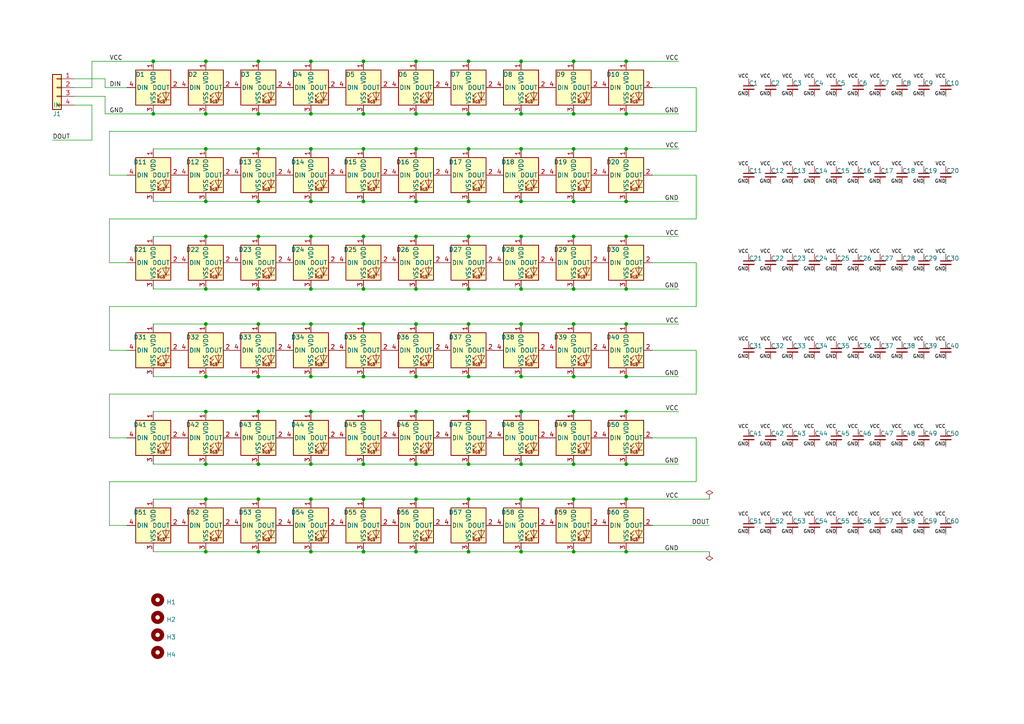
<source format=kicad_sch>
(kicad_sch (version 20230121) (generator eeschema)
  (paper "A4")
  (junction (at 74.93 109.22))
  (junction (at 105.41 68.58))
  (junction (at 151.13 93.98))
  (junction (at 59.69 93.98))
  (junction (at 120.65 134.62))
  (junction (at 105.41 33.02))
  (junction (at 166.37 33.02))
  (junction (at 181.61 93.98))
  (junction (at 59.69 119.38))
  (junction (at 44.45 33.02))
  (junction (at 120.65 93.98))
  (junction (at 105.41 58.42))
  (junction (at 120.65 33.02))
  (junction (at 181.61 109.22))
  (junction (at 44.45 17.78))
  (junction (at 59.69 109.22))
  (junction (at 59.69 83.82))
  (junction (at 90.17 144.78))
  (junction (at 181.61 33.02))
  (junction (at 59.69 17.78))
  (junction (at 151.13 17.78))
  (junction (at 166.37 58.42))
  (junction (at 90.17 58.42))
  (junction (at 181.61 58.42))
  (junction (at 120.65 109.22))
  (junction (at 135.89 119.38))
  (junction (at 151.13 68.58))
  (junction (at 166.37 68.58))
  (junction (at 181.61 134.62))
  (junction (at 90.17 17.78))
  (junction (at 105.41 144.78))
  (junction (at 90.17 83.82))
  (junction (at 151.13 33.02))
  (junction (at 105.41 17.78))
  (junction (at 166.37 160.02))
  (junction (at 151.13 119.38))
  (junction (at 135.89 68.58))
  (junction (at 135.89 160.02))
  (junction (at 166.37 119.38))
  (junction (at 151.13 160.02))
  (junction (at 120.65 144.78))
  (junction (at 105.41 93.98))
  (junction (at 74.93 134.62))
  (junction (at 105.41 119.38))
  (junction (at 74.93 58.42))
  (junction (at 135.89 43.18))
  (junction (at 166.37 93.98))
  (junction (at 151.13 134.62))
  (junction (at 59.69 68.58))
  (junction (at 166.37 144.78))
  (junction (at 181.61 43.18))
  (junction (at 181.61 144.78))
  (junction (at 74.93 119.38))
  (junction (at 90.17 93.98))
  (junction (at 181.61 160.02))
  (junction (at 135.89 58.42))
  (junction (at 90.17 68.58))
  (junction (at 135.89 17.78))
  (junction (at 90.17 160.02))
  (junction (at 105.41 83.82))
  (junction (at 74.93 93.98))
  (junction (at 59.69 160.02))
  (junction (at 166.37 109.22))
  (junction (at 120.65 68.58))
  (junction (at 151.13 83.82))
  (junction (at 105.41 160.02))
  (junction (at 135.89 109.22))
  (junction (at 166.37 17.78))
  (junction (at 120.65 17.78))
  (junction (at 135.89 83.82))
  (junction (at 90.17 33.02))
  (junction (at 151.13 109.22))
  (junction (at 166.37 83.82))
  (junction (at 59.69 33.02))
  (junction (at 151.13 43.18))
  (junction (at 135.89 33.02))
  (junction (at 74.93 160.02))
  (junction (at 74.93 83.82))
  (junction (at 59.69 58.42))
  (junction (at 90.17 119.38))
  (junction (at 105.41 109.22))
  (junction (at 74.93 68.58))
  (junction (at 59.69 134.62))
  (junction (at 74.93 43.18))
  (junction (at 135.89 144.78))
  (junction (at 105.41 134.62))
  (junction (at 181.61 119.38))
  (junction (at 135.89 134.62))
  (junction (at 151.13 144.78))
  (junction (at 59.69 43.18))
  (junction (at 90.17 43.18))
  (junction (at 181.61 68.58))
  (junction (at 120.65 58.42))
  (junction (at 135.89 93.98))
  (junction (at 151.13 58.42))
  (junction (at 90.17 109.22))
  (junction (at 181.61 83.82))
  (junction (at 166.37 43.18))
  (junction (at 105.41 43.18))
  (junction (at 166.37 134.62))
  (junction (at 90.17 134.62))
  (junction (at 120.65 43.18))
  (junction (at 59.69 144.78))
  (junction (at 74.93 144.78))
  (junction (at 181.61 17.78))
  (junction (at 120.65 160.02))
  (junction (at 74.93 33.02))
  (junction (at 120.65 119.38))
  (junction (at 120.65 83.82))
  (junction (at 74.93 17.78))
  (wire (pts (xy 120.65 119.38) (xy 135.89 119.38)))
  (wire (pts (xy 30.48 27.94) (xy 21.59 27.94)))
  (wire (pts (xy 44.45 134.62) (xy 59.69 134.62)))
  (wire (pts (xy 166.37 119.38) (xy 181.61 119.38)))
  (wire (pts (xy 59.69 109.22) (xy 74.93 109.22)))
  (wire (pts (xy 120.65 109.22) (xy 135.89 109.22)))
  (wire (pts (xy 181.61 160.02) (xy 205.74 160.02)))
  (wire (pts (xy 135.89 83.82) (xy 151.13 83.82)))
  (wire (pts (xy 151.13 93.98) (xy 166.37 93.98)))
  (wire (pts (xy 74.93 93.98) (xy 90.17 93.98)))
  (wire (pts (xy 166.37 17.78) (xy 181.61 17.78)))
  (wire (pts (xy 151.13 58.42) (xy 166.37 58.42)))
  (wire (pts (xy 166.37 43.18) (xy 181.61 43.18)))
  (wire (pts (xy 44.45 58.42) (xy 59.69 58.42)))
  (wire (pts (xy 30.48 33.02) (xy 44.45 33.02)))
  (wire (pts (xy 120.65 58.42) (xy 135.89 58.42)))
  (wire (pts (xy 151.13 109.22) (xy 166.37 109.22)))
  (wire (pts (xy 201.93 50.8) (xy 201.93 63.5)))
  (wire (pts (xy 120.65 83.82) (xy 135.89 83.82)))
  (wire (pts (xy 120.65 144.78) (xy 135.89 144.78)))
  (wire (pts (xy 105.41 160.02) (xy 120.65 160.02)))
  (wire (pts (xy 74.93 160.02) (xy 90.17 160.02)))
  (wire (pts (xy 201.93 114.3) (xy 31.75 114.3)))
  (wire (pts (xy 30.48 25.4) (xy 36.83 25.4)))
  (wire (pts (xy 135.89 68.58) (xy 151.13 68.58)))
  (wire (pts (xy 201.93 127) (xy 201.93 139.7)))
  (wire (pts (xy 181.61 119.38) (xy 196.85 119.38)))
  (wire (pts (xy 201.93 139.7) (xy 31.75 139.7)))
  (wire (pts (xy 181.61 43.18) (xy 196.85 43.18)))
  (wire (pts (xy 105.41 43.18) (xy 120.65 43.18)))
  (wire (pts (xy 59.69 144.78) (xy 74.93 144.78)))
  (wire (pts (xy 181.61 93.98) (xy 196.85 93.98)))
  (wire (pts (xy 90.17 43.18) (xy 105.41 43.18)))
  (wire (pts (xy 59.69 68.58) (xy 74.93 68.58)))
  (wire (pts (xy 151.13 83.82) (xy 166.37 83.82)))
  (wire (pts (xy 21.59 30.48) (xy 26.67 30.48)))
  (wire (pts (xy 26.67 17.78) (xy 26.67 25.4)))
  (wire (pts (xy 59.69 134.62) (xy 74.93 134.62)))
  (wire (pts (xy 21.59 25.4) (xy 26.67 25.4)))
  (wire (pts (xy 135.89 58.42) (xy 151.13 58.42)))
  (wire (pts (xy 181.61 68.58) (xy 196.85 68.58)))
  (wire (pts (xy 90.17 93.98) (xy 105.41 93.98)))
  (wire (pts (xy 74.93 119.38) (xy 90.17 119.38)))
  (wire (pts (xy 181.61 83.82) (xy 196.85 83.82)))
  (wire (pts (xy 201.93 76.2) (xy 201.93 88.9)))
  (wire (pts (xy 166.37 144.78) (xy 181.61 144.78)))
  (wire (pts (xy 74.93 33.02) (xy 90.17 33.02)))
  (wire (pts (xy 105.41 33.02) (xy 120.65 33.02)))
  (wire (pts (xy 31.75 139.7) (xy 31.75 152.4)))
  (wire (pts (xy 120.65 134.62) (xy 135.89 134.62)))
  (wire (pts (xy 181.61 109.22) (xy 196.85 109.22)))
  (wire (pts (xy 201.93 25.4) (xy 201.93 38.1)))
  (wire (pts (xy 181.61 33.02) (xy 196.85 33.02)))
  (wire (pts (xy 189.23 76.2) (xy 201.93 76.2)))
  (wire (pts (xy 74.93 109.22) (xy 90.17 109.22)))
  (wire (pts (xy 90.17 119.38) (xy 105.41 119.38)))
  (wire (pts (xy 181.61 58.42) (xy 196.85 58.42)))
  (wire (pts (xy 105.41 83.82) (xy 120.65 83.82)))
  (wire (pts (xy 151.13 68.58) (xy 166.37 68.58)))
  (wire (pts (xy 90.17 144.78) (xy 105.41 144.78)))
  (wire (pts (xy 151.13 17.78) (xy 166.37 17.78)))
  (wire (pts (xy 31.75 114.3) (xy 31.75 127)))
  (wire (pts (xy 166.37 83.82) (xy 181.61 83.82)))
  (wire (pts (xy 151.13 119.38) (xy 166.37 119.38)))
  (wire (pts (xy 135.89 134.62) (xy 151.13 134.62)))
  (wire (pts (xy 201.93 38.1) (xy 31.75 38.1)))
  (wire (pts (xy 59.69 93.98) (xy 74.93 93.98)))
  (wire (pts (xy 44.45 160.02) (xy 59.69 160.02)))
  (wire (pts (xy 31.75 63.5) (xy 31.75 76.2)))
  (wire (pts (xy 151.13 43.18) (xy 166.37 43.18)))
  (wire (pts (xy 189.23 25.4) (xy 201.93 25.4)))
  (wire (pts (xy 30.48 22.86) (xy 30.48 25.4)))
  (wire (pts (xy 120.65 160.02) (xy 135.89 160.02)))
  (wire (pts (xy 105.41 119.38) (xy 120.65 119.38)))
  (wire (pts (xy 105.41 144.78) (xy 120.65 144.78)))
  (wire (pts (xy 74.93 58.42) (xy 90.17 58.42)))
  (wire (pts (xy 189.23 127) (xy 201.93 127)))
  (wire (pts (xy 90.17 134.62) (xy 105.41 134.62)))
  (wire (pts (xy 201.93 63.5) (xy 31.75 63.5)))
  (wire (pts (xy 120.65 33.02) (xy 135.89 33.02)))
  (wire (pts (xy 31.75 127) (xy 36.83 127)))
  (wire (pts (xy 90.17 83.82) (xy 105.41 83.82)))
  (wire (pts (xy 90.17 17.78) (xy 105.41 17.78)))
  (wire (pts (xy 151.13 160.02) (xy 166.37 160.02)))
  (wire (pts (xy 31.75 152.4) (xy 36.83 152.4)))
  (wire (pts (xy 26.67 17.78) (xy 44.45 17.78)))
  (wire (pts (xy 201.93 101.6) (xy 201.93 114.3)))
  (wire (pts (xy 105.41 109.22) (xy 120.65 109.22)))
  (wire (pts (xy 26.67 30.48) (xy 26.67 40.64)))
  (wire (pts (xy 135.89 160.02) (xy 151.13 160.02)))
  (wire (pts (xy 135.89 109.22) (xy 151.13 109.22)))
  (wire (pts (xy 44.45 93.98) (xy 59.69 93.98)))
  (wire (pts (xy 166.37 68.58) (xy 181.61 68.58)))
  (wire (pts (xy 44.45 43.18) (xy 59.69 43.18)))
  (wire (pts (xy 90.17 68.58) (xy 105.41 68.58)))
  (wire (pts (xy 166.37 134.62) (xy 181.61 134.62)))
  (wire (pts (xy 44.45 33.02) (xy 59.69 33.02)))
  (wire (pts (xy 120.65 68.58) (xy 135.89 68.58)))
  (wire (pts (xy 166.37 160.02) (xy 181.61 160.02)))
  (wire (pts (xy 74.93 17.78) (xy 90.17 17.78)))
  (wire (pts (xy 59.69 83.82) (xy 74.93 83.82)))
  (wire (pts (xy 30.48 27.94) (xy 30.48 33.02)))
  (wire (pts (xy 21.59 22.86) (xy 30.48 22.86)))
  (wire (pts (xy 44.45 144.78) (xy 59.69 144.78)))
  (wire (pts (xy 59.69 160.02) (xy 74.93 160.02)))
  (wire (pts (xy 74.93 43.18) (xy 90.17 43.18)))
  (wire (pts (xy 31.75 76.2) (xy 36.83 76.2)))
  (wire (pts (xy 59.69 119.38) (xy 74.93 119.38)))
  (wire (pts (xy 120.65 17.78) (xy 135.89 17.78)))
  (wire (pts (xy 59.69 17.78) (xy 74.93 17.78)))
  (wire (pts (xy 15.24 40.64) (xy 26.67 40.64)))
  (wire (pts (xy 166.37 58.42) (xy 181.61 58.42)))
  (wire (pts (xy 31.75 101.6) (xy 36.83 101.6)))
  (wire (pts (xy 90.17 160.02) (xy 105.41 160.02)))
  (wire (pts (xy 166.37 93.98) (xy 181.61 93.98)))
  (wire (pts (xy 90.17 58.42) (xy 105.41 58.42)))
  (wire (pts (xy 44.45 83.82) (xy 59.69 83.82)))
  (wire (pts (xy 44.45 17.78) (xy 59.69 17.78)))
  (wire (pts (xy 135.89 144.78) (xy 151.13 144.78)))
  (wire (pts (xy 44.45 119.38) (xy 59.69 119.38)))
  (wire (pts (xy 189.23 101.6) (xy 201.93 101.6)))
  (wire (pts (xy 59.69 58.42) (xy 74.93 58.42)))
  (wire (pts (xy 105.41 68.58) (xy 120.65 68.58)))
  (wire (pts (xy 135.89 43.18) (xy 151.13 43.18)))
  (wire (pts (xy 151.13 33.02) (xy 166.37 33.02)))
  (wire (pts (xy 31.75 88.9) (xy 31.75 101.6)))
  (wire (pts (xy 181.61 144.78) (xy 205.74 144.78)))
  (wire (pts (xy 151.13 144.78) (xy 166.37 144.78)))
  (wire (pts (xy 31.75 38.1) (xy 31.75 50.8)))
  (wire (pts (xy 44.45 68.58) (xy 59.69 68.58)))
  (wire (pts (xy 120.65 93.98) (xy 135.89 93.98)))
  (wire (pts (xy 189.23 152.4) (xy 205.74 152.4)))
  (wire (pts (xy 44.45 109.22) (xy 59.69 109.22)))
  (wire (pts (xy 90.17 33.02) (xy 105.41 33.02)))
  (wire (pts (xy 74.93 134.62) (xy 90.17 134.62)))
  (wire (pts (xy 181.61 17.78) (xy 196.85 17.78)))
  (wire (pts (xy 74.93 68.58) (xy 90.17 68.58)))
  (wire (pts (xy 31.75 50.8) (xy 36.83 50.8)))
  (wire (pts (xy 59.69 33.02) (xy 74.93 33.02)))
  (wire (pts (xy 105.41 17.78) (xy 120.65 17.78)))
  (wire (pts (xy 201.93 88.9) (xy 31.75 88.9)))
  (wire (pts (xy 74.93 83.82) (xy 90.17 83.82)))
  (wire (pts (xy 181.61 134.62) (xy 196.85 134.62)))
  (wire (pts (xy 74.93 144.78) (xy 90.17 144.78)))
  (wire (pts (xy 135.89 93.98) (xy 151.13 93.98)))
  (wire (pts (xy 105.41 93.98) (xy 120.65 93.98)))
  (wire (pts (xy 135.89 119.38) (xy 151.13 119.38)))
  (wire (pts (xy 135.89 17.78) (xy 151.13 17.78)))
  (wire (pts (xy 120.65 43.18) (xy 135.89 43.18)))
  (wire (pts (xy 105.41 58.42) (xy 120.65 58.42)))
  (wire (pts (xy 166.37 109.22) (xy 181.61 109.22)))
  (wire (pts (xy 135.89 33.02) (xy 151.13 33.02)))
  (wire (pts (xy 166.37 33.02) (xy 181.61 33.02)))
  (wire (pts (xy 90.17 109.22) (xy 105.41 109.22)))
  (wire (pts (xy 189.23 50.8) (xy 201.93 50.8)))
  (wire (pts (xy 105.41 134.62) (xy 120.65 134.62)))
  (wire (pts (xy 59.69 43.18) (xy 74.93 43.18)))
  (wire (pts (xy 151.13 134.62) (xy 166.37 134.62)))
  (label "VCC" (at 261.62 73.66 180) (effects (font (size 1 1))))
  (label "VCC" (at 196.85 119.38 180))
  (label "GND" (at 196.85 134.62 180))
  (label "VCC" (at 274.32 22.86 180) (effects (font (size 1 1))))
  (label "GND" (at 274.32 154.94 180) (effects (font (size 1 1))))
  (label "VCC" (at 229.87 73.66 180) (effects (font (size 1 1))))
  (label "GND" (at 261.62 129.54 180) (effects (font (size 1 1))))
  (label "GND" (at 223.52 78.74 180) (effects (font (size 1 1))))
  (label "VCC" (at 223.52 99.06 180) (effects (font (size 1 1))))
  (label "VCC" (at 255.27 73.66 180) (effects (font (size 1 1))))
  (label "GND" (at 274.32 53.34 180) (effects (font (size 1 1))))
  (label "GND" (at 229.87 154.94 180) (effects (font (size 1 1))))
  (label "VCC" (at 267.97 48.26 180) (effects (font (size 1 1))))
  (label "GND" (at 242.57 53.34 180) (effects (font (size 1 1))))
  (label "VCC" (at 267.97 73.66 180) (effects (font (size 1 1))))
  (label "VCC" (at 196.85 144.78 180))
  (label "GND" (at 236.22 78.74 180) (effects (font (size 1 1))))
  (label "GND" (at 267.97 27.94 180) (effects (font (size 1 1))))
  (label "GND" (at 255.27 104.14 180) (effects (font (size 1 1))))
  (label "GND" (at 248.92 27.94 180) (effects (font (size 1 1))))
  (label "GND" (at 229.87 104.14 180) (effects (font (size 1 1))))
  (label "GND" (at 229.87 78.74 180) (effects (font (size 1 1))))
  (label "VCC" (at 196.85 93.98 180))
  (label "GND" (at 274.32 78.74 180) (effects (font (size 1 1))))
  (label "GND" (at 217.17 27.94 180) (effects (font (size 1 1))))
  (label "VCC" (at 236.22 99.06 180) (effects (font (size 1 1))))
  (label "GND" (at 261.62 104.14 180) (effects (font (size 1 1))))
  (label "GND" (at 255.27 78.74 180) (effects (font (size 1 1))))
  (label "VCC" (at 223.52 22.86 180) (effects (font (size 1 1))))
  (label "VCC" (at 223.52 124.46 180) (effects (font (size 1 1))))
  (label "GND" (at 248.92 129.54 180) (effects (font (size 1 1))))
  (label "GND" (at 223.52 53.34 180) (effects (font (size 1 1))))
  (label "VCC" (at 261.62 149.86 180) (effects (font (size 1 1))))
  (label "VCC" (at 274.32 48.26 180) (effects (font (size 1 1))))
  (label "GND" (at 242.57 129.54 180) (effects (font (size 1 1))))
  (label "VCC" (at 217.17 48.26 180) (effects (font (size 1 1))))
  (label "VCC" (at 255.27 22.86 180) (effects (font (size 1 1))))
  (label "GND" (at 217.17 53.34 180) (effects (font (size 1 1))))
  (label "VCC" (at 236.22 149.86 180) (effects (font (size 1 1))))
  (label "VCC" (at 242.57 73.66 180) (effects (font (size 1 1))))
  (label "DOUT" (at 15.24 40.64 0))
  (label "GND" (at 242.57 104.14 180) (effects (font (size 1 1))))
  (label "VCC" (at 248.92 124.46 180) (effects (font (size 1 1))))
  (label "VCC" (at 217.17 73.66 180) (effects (font (size 1 1))))
  (label "GND" (at 267.97 53.34 180) (effects (font (size 1 1))))
  (label "GND" (at 267.97 104.14 180) (effects (font (size 1 1))))
  (label "GND" (at 248.92 154.94 180) (effects (font (size 1 1))))
  (label "VCC" (at 236.22 124.46 180) (effects (font (size 1 1))))
  (label "GND" (at 255.27 53.34 180) (effects (font (size 1 1))))
  (label "VCC" (at 274.32 149.86 180) (effects (font (size 1 1))))
  (label "DIN" (at 31.75 25.4 0))
  (label "VCC" (at 255.27 99.06 180) (effects (font (size 1 1))))
  (label "VCC" (at 261.62 124.46 180) (effects (font (size 1 1))))
  (label "VCC" (at 248.92 73.66 180) (effects (font (size 1 1))))
  (label "VCC" (at 255.27 149.86 180) (effects (font (size 1 1))))
  (label "VCC" (at 261.62 48.26 180) (effects (font (size 1 1))))
  (label "GND" (at 229.87 27.94 180) (effects (font (size 1 1))))
  (label "GND" (at 242.57 78.74 180) (effects (font (size 1 1))))
  (label "VCC" (at 223.52 48.26 180) (effects (font (size 1 1))))
  (label "VCC" (at 274.32 99.06 180) (effects (font (size 1 1))))
  (label "VCC" (at 261.62 99.06 180) (effects (font (size 1 1))))
  (label "GND" (at 261.62 154.94 180) (effects (font (size 1 1))))
  (label "GND" (at 217.17 129.54 180) (effects (font (size 1 1))))
  (label "VCC" (at 248.92 149.86 180) (effects (font (size 1 1))))
  (label "VCC" (at 274.32 124.46 180) (effects (font (size 1 1))))
  (label "GND" (at 274.32 27.94 180) (effects (font (size 1 1))))
  (label "GND" (at 267.97 154.94 180) (effects (font (size 1 1))))
  (label "GND" (at 261.62 78.74 180) (effects (font (size 1 1))))
  (label "VCC" (at 196.85 17.78 180))
  (label "VCC" (at 223.52 73.66 180) (effects (font (size 1 1))))
  (label "GND" (at 217.17 154.94 180) (effects (font (size 1 1))))
  (label "VCC" (at 229.87 48.26 180) (effects (font (size 1 1))))
  (label "GND" (at 255.27 129.54 180) (effects (font (size 1 1))))
  (label "GND" (at 236.22 129.54 180) (effects (font (size 1 1))))
  (label "VCC" (at 236.22 73.66 180) (effects (font (size 1 1))))
  (label "VCC" (at 267.97 124.46 180) (effects (font (size 1 1))))
  (label "VCC" (at 229.87 124.46 180) (effects (font (size 1 1))))
  (label "GND" (at 217.17 104.14 180) (effects (font (size 1 1))))
  (label "VCC" (at 255.27 48.26 180) (effects (font (size 1 1))))
  (label "GND" (at 255.27 27.94 180) (effects (font (size 1 1))))
  (label "VCC" (at 242.57 99.06 180) (effects (font (size 1 1))))
  (label "GND" (at 267.97 129.54 180) (effects (font (size 1 1))))
  (label "VCC" (at 223.52 149.86 180) (effects (font (size 1 1))))
  (label "VCC" (at 274.32 73.66 180) (effects (font (size 1 1))))
  (label "VCC" (at 196.85 68.58 180))
  (label "GND" (at 236.22 27.94 180) (effects (font (size 1 1))))
  (label "VCC" (at 261.62 22.86 180) (effects (font (size 1 1))))
  (label "GND" (at 196.85 109.22 180))
  (label "VCC" (at 242.57 22.86 180) (effects (font (size 1 1))))
  (label "GND" (at 229.87 129.54 180) (effects (font (size 1 1))))
  (label "GND" (at 196.85 58.42 180))
  (label "GND" (at 196.85 33.02 180))
  (label "VCC" (at 248.92 22.86 180) (effects (font (size 1 1))))
  (label "VCC" (at 236.22 22.86 180) (effects (font (size 1 1))))
  (label "VCC" (at 248.92 48.26 180) (effects (font (size 1 1))))
  (label "VCC" (at 242.57 48.26 180) (effects (font (size 1 1))))
  (label "GND" (at 31.75 33.02 0))
  (label "VCC" (at 267.97 22.86 180) (effects (font (size 1 1))))
  (label "GND" (at 248.92 78.74 180) (effects (font (size 1 1))))
  (label "VCC" (at 242.57 149.86 180) (effects (font (size 1 1))))
  (label "GND" (at 236.22 104.14 180) (effects (font (size 1 1))))
  (label "GND" (at 217.17 78.74 180) (effects (font (size 1 1))))
  (label "GND" (at 267.97 78.74 180) (effects (font (size 1 1))))
  (label "GND" (at 242.57 154.94 180) (effects (font (size 1 1))))
  (label "GND" (at 236.22 53.34 180) (effects (font (size 1 1))))
  (label "GND" (at 196.85 83.82 180))
  (label "VCC" (at 255.27 124.46 180) (effects (font (size 1 1))))
  (label "GND" (at 261.62 27.94 180) (effects (font (size 1 1))))
  (label "GND" (at 248.92 53.34 180) (effects (font (size 1 1))))
  (label "VCC" (at 217.17 99.06 180) (effects (font (size 1 1))))
  (label "DOUT" (at 205.74 152.4 180))
  (label "VCC" (at 31.75 17.78 0))
  (label "VCC" (at 229.87 22.86 180) (effects (font (size 1 1))))
  (label "VCC" (at 217.17 22.86 180) (effects (font (size 1 1))))
  (label "GND" (at 223.52 129.54 180) (effects (font (size 1 1))))
  (label "VCC" (at 217.17 149.86 180) (effects (font (size 1 1))))
  (label "GND" (at 274.32 129.54 180) (effects (font (size 1 1))))
  (label "GND" (at 223.52 154.94 180) (effects (font (size 1 1))))
  (label "VCC" (at 196.85 43.18 180))
  (label "GND" (at 196.85 160.02 180))
  (label "VCC" (at 242.57 124.46 180) (effects (font (size 1 1))))
  (label "VCC" (at 229.87 149.86 180) (effects (font (size 1 1))))
  (label "VCC" (at 217.17 124.46 180) (effects (font (size 1 1))))
  (label "GND" (at 242.57 27.94 180) (effects (font (size 1 1))))
  (label "GND" (at 223.52 27.94 180) (effects (font (size 1 1))))
  (label "GND" (at 255.27 154.94 180) (effects (font (size 1 1))))
  (label "GND" (at 229.87 53.34 180) (effects (font (size 1 1))))
  (label "VCC" (at 267.97 99.06 180) (effects (font (size 1 1))))
  (label "GND" (at 236.22 154.94 180) (effects (font (size 1 1))))
  (label "GND" (at 274.32 104.14 180) (effects (font (size 1 1))))
  (label "VCC" (at 229.87 99.06 180) (effects (font (size 1 1))))
  (label "GND" (at 248.92 104.14 180) (effects (font (size 1 1))))
  (label "VCC" (at 267.97 149.86 180) (effects (font (size 1 1))))
  (label "GND" (at 223.52 104.14 180) (effects (font (size 1 1))))
  (label "VCC" (at 236.22 48.26 180) (effects (font (size 1 1))))
  (label "VCC" (at 248.92 99.06 180) (effects (font (size 1 1))))
  (label "GND" (at 261.62 53.34 180) (effects (font (size 1 1))))
  (symbol (lib_id "LOTR:C_Small") (at 261.62 127 0) (unit 1)
    (property "Reference" "C48" (at 261.62 125.73 0) (effects (justify left)))
    (property "Value" "100nF" (effects hide))
    (property "Footprint" "Capacitor_SMD:C_0402_1005Metric" (effects hide))
  )
  (symbol (lib_id "LOTR:WS2812B") (at 135.89 127 0) (unit 1)
    (property "Reference" "D47" (at 132.08 123.19 0))
    (property "Value" "WS2812B" (effects hide))
    (property "Footprint" "LED_SMD:LED_WS2812B_PLCC4_5.0x5.0mm_P3.2mm" (effects hide))
    (property "Datasheet" "https://cdn-shop.adafruit.com/datasheets/WS2812B.pdf" (effects hide))
  )
  (symbol (lib_id "LOTR:C_Small") (at 242.57 25.4 0) (unit 1)
    (property "Reference" "C5" (at 242.57 24.13 0) (effects (justify left)))
    (property "Value" "100nF" (effects hide))
    (property "Footprint" "Capacitor_SMD:C_0402_1005Metric" (effects hide))
  )
  (symbol (lib_id "LOTR:WS2812B") (at 74.93 25.4 0) (unit 1)
    (property "Reference" "D3" (at 71.12 21.59 0))
    (property "Value" "WS2812B" (effects hide))
    (property "Footprint" "LED_SMD:LED_WS2812B_PLCC4_5.0x5.0mm_P3.2mm" (effects hide))
    (property "Datasheet" "https://cdn-shop.adafruit.com/datasheets/WS2812B.pdf" (effects hide))
  )
  (symbol (lib_id "LOTR:C_Small") (at 267.97 76.2 0) (unit 1)
    (property "Reference" "C29" (at 267.97 74.93 0) (effects (justify left)))
    (property "Value" "100nF" (effects hide))
    (property "Footprint" "Capacitor_SMD:C_0402_1005Metric" (effects hide))
  )
  (symbol (lib_id "LOTR:WS2812B") (at 151.13 50.8 0) (unit 1)
    (property "Reference" "D18" (at 147.32 46.99 0))
    (property "Value" "WS2812B" (effects hide))
    (property "Footprint" "LED_SMD:LED_WS2812B_PLCC4_5.0x5.0mm_P3.2mm" (effects hide))
    (property "Datasheet" "https://cdn-shop.adafruit.com/datasheets/WS2812B.pdf" (effects hide))
  )
  (symbol (lib_id "LOTR:WS2812B") (at 44.45 76.2 0) (unit 1)
    (property "Reference" "D21" (at 40.64 72.39 0))
    (property "Value" "WS2812B" (effects hide))
    (property "Footprint" "LED_SMD:LED_WS2812B_PLCC4_5.0x5.0mm_P3.2mm" (effects hide))
    (property "Datasheet" "https://cdn-shop.adafruit.com/datasheets/WS2812B.pdf" (effects hide))
  )
  (symbol (lib_id "LOTR:C_Small") (at 267.97 101.6 0) (unit 1)
    (property "Reference" "C39" (at 267.97 100.33 0) (effects (justify left)))
    (property "Value" "100nF" (effects hide))
    (property "Footprint" "Capacitor_SMD:C_0402_1005Metric" (effects hide))
  )
  (symbol (lib_id "LOTR:C_Small") (at 248.92 152.4 0) (unit 1)
    (property "Reference" "C56" (at 248.92 151.13 0) (effects (justify left)))
    (property "Value" "100nF" (effects hide))
    (property "Footprint" "Capacitor_SMD:C_0402_1005Metric" (effects hide))
  )
  (symbol (lib_id "power:PWR_FLAG") (at 205.74 160.02 180) (unit 1)
    (property "Reference" "#FLG02" (effects hide))
    (property "Value" "PWR_FLAG" (effects hide))
  )
  (symbol (lib_id "LOTR:C_Small") (at 261.62 76.2 0) (unit 1)
    (property "Reference" "C28" (at 261.62 74.93 0) (effects (justify left)))
    (property "Value" "100nF" (effects hide))
    (property "Footprint" "Capacitor_SMD:C_0402_1005Metric" (effects hide))
  )
  (symbol (lib_id "LOTR:C_Small") (at 236.22 152.4 0) (unit 1)
    (property "Reference" "C54" (at 236.22 151.13 0) (effects (justify left)))
    (property "Value" "100nF" (effects hide))
    (property "Footprint" "Capacitor_SMD:C_0402_1005Metric" (effects hide))
  )
  (symbol (lib_id "LOTR:WS2812B") (at 181.61 152.4 0) (unit 1)
    (property "Reference" "D60" (at 177.8 148.59 0))
    (property "Value" "WS2812B" (effects hide))
    (property "Footprint" "LED_SMD:LED_WS2812B_PLCC4_5.0x5.0mm_P3.2mm" (effects hide))
    (property "Datasheet" "https://cdn-shop.adafruit.com/datasheets/WS2812B.pdf" (effects hide))
  )
  (symbol (lib_id "LOTR:WS2812B") (at 59.69 76.2 0) (unit 1)
    (property "Reference" "D22" (at 55.88 72.39 0))
    (property "Value" "WS2812B" (effects hide))
    (property "Footprint" "LED_SMD:LED_WS2812B_PLCC4_5.0x5.0mm_P3.2mm" (effects hide))
    (property "Datasheet" "https://cdn-shop.adafruit.com/datasheets/WS2812B.pdf" (effects hide))
  )
  (symbol (lib_id "LOTR:C_Small") (at 267.97 152.4 0) (unit 1)
    (property "Reference" "C59" (at 267.97 151.13 0) (effects (justify left)))
    (property "Value" "100nF" (effects hide))
    (property "Footprint" "Capacitor_SMD:C_0402_1005Metric" (effects hide))
  )
  (symbol (lib_id "LOTR:C_Small") (at 217.17 127 0) (unit 1)
    (property "Reference" "C41" (at 217.17 125.73 0) (effects (justify left)))
    (property "Value" "100nF" (effects hide))
    (property "Footprint" "Capacitor_SMD:C_0402_1005Metric" (effects hide))
  )
  (symbol (lib_id "LOTR:WS2812B") (at 74.93 101.6 0) (unit 1)
    (property "Reference" "D33" (at 71.12 97.79 0))
    (property "Value" "WS2812B" (effects hide))
    (property "Footprint" "LED_SMD:LED_WS2812B_PLCC4_5.0x5.0mm_P3.2mm" (effects hide))
    (property "Datasheet" "https://cdn-shop.adafruit.com/datasheets/WS2812B.pdf" (effects hide))
  )
  (symbol (lib_id "LOTR:WS2812B") (at 135.89 76.2 0) (unit 1)
    (property "Reference" "D27" (at 132.08 72.39 0))
    (property "Value" "WS2812B" (effects hide))
    (property "Footprint" "LED_SMD:LED_WS2812B_PLCC4_5.0x5.0mm_P3.2mm" (effects hide))
    (property "Datasheet" "https://cdn-shop.adafruit.com/datasheets/WS2812B.pdf" (effects hide))
  )
  (symbol (lib_id "LOTR:C_Small") (at 236.22 101.6 0) (unit 1)
    (property "Reference" "C34" (at 236.22 100.33 0) (effects (justify left)))
    (property "Value" "100nF" (effects hide))
    (property "Footprint" "Capacitor_SMD:C_0402_1005Metric" (effects hide))
  )
  (symbol (lib_id "LOTR:C_Small") (at 229.87 50.8 0) (unit 1)
    (property "Reference" "C13" (at 229.87 49.53 0) (effects (justify left)))
    (property "Value" "100nF" (effects hide))
    (property "Footprint" "Capacitor_SMD:C_0402_1005Metric" (effects hide))
  )
  (symbol (lib_id "power:PWR_FLAG") (at 205.74 144.78 0) (unit 1)
    (property "Reference" "#FLG01" (effects hide))
    (property "Value" "PWR_FLAG" (effects hide))
  )
  (symbol (lib_id "LOTR:WS2812B") (at 166.37 152.4 0) (unit 1)
    (property "Reference" "D59" (at 162.56 148.59 0))
    (property "Value" "WS2812B" (effects hide))
    (property "Footprint" "LED_SMD:LED_WS2812B_PLCC4_5.0x5.0mm_P3.2mm" (effects hide))
    (property "Datasheet" "https://cdn-shop.adafruit.com/datasheets/WS2812B.pdf" (effects hide))
  )
  (symbol (lib_id "LOTR:C_Small") (at 236.22 50.8 0) (unit 1)
    (property "Reference" "C14" (at 236.22 49.53 0) (effects (justify left)))
    (property "Value" "100nF" (effects hide))
    (property "Footprint" "Capacitor_SMD:C_0402_1005Metric" (effects hide))
  )
  (symbol (lib_id "LOTR:WS2812B") (at 120.65 152.4 0) (unit 1)
    (property "Reference" "D56" (at 116.84 148.59 0))
    (property "Value" "WS2812B" (effects hide))
    (property "Footprint" "LED_SMD:LED_WS2812B_PLCC4_5.0x5.0mm_P3.2mm" (effects hide))
    (property "Datasheet" "https://cdn-shop.adafruit.com/datasheets/WS2812B.pdf" (effects hide))
  )
  (symbol (lib_id "LOTR:WS2812B") (at 74.93 50.8 0) (unit 1)
    (property "Reference" "D13" (at 71.12 46.99 0))
    (property "Value" "WS2812B" (effects hide))
    (property "Footprint" "LED_SMD:LED_WS2812B_PLCC4_5.0x5.0mm_P3.2mm" (effects hide))
    (property "Datasheet" "https://cdn-shop.adafruit.com/datasheets/WS2812B.pdf" (effects hide))
  )
  (symbol (lib_id "LOTR:C_Small") (at 236.22 76.2 0) (unit 1)
    (property "Reference" "C24" (at 236.22 74.93 0) (effects (justify left)))
    (property "Value" "100nF" (effects hide))
    (property "Footprint" "Capacitor_SMD:C_0402_1005Metric" (effects hide))
  )
  (symbol (lib_id "LOTR:WS2812B") (at 59.69 127 0) (unit 1)
    (property "Reference" "D42" (at 55.88 123.19 0))
    (property "Value" "WS2812B" (effects hide))
    (property "Footprint" "LED_SMD:LED_WS2812B_PLCC4_5.0x5.0mm_P3.2mm" (effects hide))
    (property "Datasheet" "https://cdn-shop.adafruit.com/datasheets/WS2812B.pdf" (effects hide))
  )
  (symbol (lib_id "LOTR:WS2812B") (at 90.17 50.8 0) (unit 1)
    (property "Reference" "D14" (at 86.36 46.99 0))
    (property "Value" "WS2812B" (effects hide))
    (property "Footprint" "LED_SMD:LED_WS2812B_PLCC4_5.0x5.0mm_P3.2mm" (effects hide))
    (property "Datasheet" "https://cdn-shop.adafruit.com/datasheets/WS2812B.pdf" (effects hide))
  )
  (symbol (lib_id "LOTR:C_Small") (at 274.32 152.4 0) (unit 1)
    (property "Reference" "C60" (at 274.32 151.13 0) (effects (justify left)))
    (property "Value" "100nF" (effects hide))
    (property "Footprint" "Capacitor_SMD:C_0402_1005Metric" (effects hide))
  )
  (symbol (lib_id "LOTR:WS2812B") (at 135.89 25.4 0) (unit 1)
    (property "Reference" "D7" (at 132.08 21.59 0))
    (property "Value" "WS2812B" (effects hide))
    (property "Footprint" "LED_SMD:LED_WS2812B_PLCC4_5.0x5.0mm_P3.2mm" (effects hide))
    (property "Datasheet" "https://cdn-shop.adafruit.com/datasheets/WS2812B.pdf" (effects hide))
  )
  (symbol (lib_id "LOTR:WS2812B") (at 166.37 127 0) (unit 1)
    (property "Reference" "D49" (at 162.56 123.19 0))
    (property "Value" "WS2812B" (effects hide))
    (property "Footprint" "LED_SMD:LED_WS2812B_PLCC4_5.0x5.0mm_P3.2mm" (effects hide))
    (property "Datasheet" "https://cdn-shop.adafruit.com/datasheets/WS2812B.pdf" (effects hide))
  )
  (symbol (lib_id "LOTR:WS2812B") (at 166.37 25.4 0) (unit 1)
    (property "Reference" "D9" (at 162.56 21.59 0))
    (property "Value" "WS2812B" (effects hide))
    (property "Footprint" "LED_SMD:LED_WS2812B_PLCC4_5.0x5.0mm_P3.2mm" (effects hide))
    (property "Datasheet" "https://cdn-shop.adafruit.com/datasheets/WS2812B.pdf" (effects hide))
  )
  (symbol (lib_id "LOTR:WS2812B") (at 135.89 50.8 0) (unit 1)
    (property "Reference" "D17" (at 132.08 46.99 0))
    (property "Value" "WS2812B" (effects hide))
    (property "Footprint" "LED_SMD:LED_WS2812B_PLCC4_5.0x5.0mm_P3.2mm" (effects hide))
    (property "Datasheet" "https://cdn-shop.adafruit.com/datasheets/WS2812B.pdf" (effects hide))
  )
  (symbol (lib_id "LOTR:C_Small") (at 242.57 50.8 0) (unit 1)
    (property "Reference" "C15" (at 242.57 49.53 0) (effects (justify left)))
    (property "Value" "100nF" (effects hide))
    (property "Footprint" "Capacitor_SMD:C_0402_1005Metric" (effects hide))
  )
  (symbol (lib_id "LOTR:WS2812B") (at 74.93 76.2 0) (unit 1)
    (property "Reference" "D23" (at 71.12 72.39 0))
    (property "Value" "WS2812B" (effects hide))
    (property "Footprint" "LED_SMD:LED_WS2812B_PLCC4_5.0x5.0mm_P3.2mm" (effects hide))
    (property "Datasheet" "https://cdn-shop.adafruit.com/datasheets/WS2812B.pdf" (effects hide))
  )
  (symbol (lib_id "LOTR:C_Small") (at 255.27 25.4 0) (unit 1)
    (property "Reference" "C7" (at 255.27 24.13 0) (effects (justify left)))
    (property "Value" "100nF" (effects hide))
    (property "Footprint" "Capacitor_SMD:C_0402_1005Metric" (effects hide))
  )
  (symbol (lib_id "LOTR:C_Small") (at 229.87 152.4 0) (unit 1)
    (property "Reference" "C53" (at 229.87 151.13 0) (effects (justify left)))
    (property "Value" "100nF" (effects hide))
    (property "Footprint" "Capacitor_SMD:C_0402_1005Metric" (effects hide))
  )
  (symbol (lib_id "LOTR:WS2812B") (at 44.45 50.8 0) (unit 1)
    (property "Reference" "D11" (at 40.64 46.99 0))
    (property "Value" "WS2812B" (effects hide))
    (property "Footprint" "LED_SMD:LED_WS2812B_PLCC4_5.0x5.0mm_P3.2mm" (effects hide))
    (property "Datasheet" "https://cdn-shop.adafruit.com/datasheets/WS2812B.pdf" (effects hide))
  )
  (symbol (lib_id "LOTR:C_Small") (at 223.52 76.2 0) (unit 1)
    (property "Reference" "C22" (at 223.52 74.93 0) (effects (justify left)))
    (property "Value" "100nF" (effects hide))
    (property "Footprint" "Capacitor_SMD:C_0402_1005Metric" (effects hide))
  )
  (symbol (lib_id "LOTR:C_Small") (at 223.52 50.8 0) (unit 1)
    (property "Reference" "C12" (at 223.52 49.53 0) (effects (justify left)))
    (property "Value" "100nF" (effects hide))
    (property "Footprint" "Capacitor_SMD:C_0402_1005Metric" (effects hide))
  )
  (symbol (lib_id "LOTR:MountingHole") (at 45.72 173.99 0) (unit 1)
    (property "Reference" "H1" (at 48.26 174.625 0) (effects (justify left)))
    (property "Value" "MountingHole" (effects hide))
    (property "Footprint" "LOTR:MountingHole_1.27mm" (effects hide))
  )
  (symbol (lib_id "LOTR:WS2812B") (at 44.45 25.4 0) (unit 1)
    (property "Reference" "D1" (at 40.64 21.59 0))
    (property "Value" "WS2812B" (effects hide))
    (property "Footprint" "LED_SMD:LED_WS2812B_PLCC4_5.0x5.0mm_P3.2mm" (effects hide))
    (property "Datasheet" "https://cdn-shop.adafruit.com/datasheets/WS2812B.pdf" (effects hide))
  )
  (symbol (lib_id "LOTR:C_Small") (at 229.87 127 0) (unit 1)
    (property "Reference" "C43" (at 229.87 125.73 0) (effects (justify left)))
    (property "Value" "100nF" (effects hide))
    (property "Footprint" "Capacitor_SMD:C_0402_1005Metric" (effects hide))
  )
  (symbol (lib_id "LOTR:C_Small") (at 236.22 25.4 0) (unit 1)
    (property "Reference" "C4" (at 236.22 24.13 0) (effects (justify left)))
    (property "Value" "100nF" (effects hide))
    (property "Footprint" "Capacitor_SMD:C_0402_1005Metric" (effects hide))
  )
  (symbol (lib_id "LOTR:C_Small") (at 242.57 127 0) (unit 1)
    (property "Reference" "C45" (at 242.57 125.73 0) (effects (justify left)))
    (property "Value" "100nF" (effects hide))
    (property "Footprint" "Capacitor_SMD:C_0402_1005Metric" (effects hide))
  )
  (symbol (lib_id "LOTR:WS2812B") (at 181.61 76.2 0) (unit 1)
    (property "Reference" "D30" (at 177.8 72.39 0))
    (property "Value" "WS2812B" (effects hide))
    (property "Footprint" "LED_SMD:LED_WS2812B_PLCC4_5.0x5.0mm_P3.2mm" (effects hide))
    (property "Datasheet" "https://cdn-shop.adafruit.com/datasheets/WS2812B.pdf" (effects hide))
  )
  (symbol (lib_id "LOTR:WS2812B") (at 90.17 127 0) (unit 1)
    (property "Reference" "D44" (at 86.36 123.19 0))
    (property "Value" "WS2812B" (effects hide))
    (property "Footprint" "LED_SMD:LED_WS2812B_PLCC4_5.0x5.0mm_P3.2mm" (effects hide))
    (property "Datasheet" "https://cdn-shop.adafruit.com/datasheets/WS2812B.pdf" (effects hide))
  )
  (symbol (lib_id "LOTR:WS2812B") (at 105.41 76.2 0) (unit 1)
    (property "Reference" "D25" (at 101.6 72.39 0))
    (property "Value" "WS2812B" (effects hide))
    (property "Footprint" "LED_SMD:LED_WS2812B_PLCC4_5.0x5.0mm_P3.2mm" (effects hide))
    (property "Datasheet" "https://cdn-shop.adafruit.com/datasheets/WS2812B.pdf" (effects hide))
  )
  (symbol (lib_id "LOTR:C_Small") (at 274.32 50.8 0) (unit 1)
    (property "Reference" "C20" (at 274.32 49.53 0) (effects (justify left)))
    (property "Value" "100nF" (effects hide))
    (property "Footprint" "Capacitor_SMD:C_0402_1005Metric" (effects hide))
  )
  (symbol (lib_id "LOTR:C_Small") (at 261.62 101.6 0) (unit 1)
    (property "Reference" "C38" (at 261.62 100.33 0) (effects (justify left)))
    (property "Value" "100nF" (effects hide))
    (property "Footprint" "Capacitor_SMD:C_0402_1005Metric" (effects hide))
  )
  (symbol (lib_id "LOTR:C_Small") (at 274.32 25.4 0) (unit 1)
    (property "Reference" "C10" (at 274.32 24.13 0) (effects (justify left)))
    (property "Value" "100nF" (effects hide))
    (property "Footprint" "Capacitor_SMD:C_0402_1005Metric" (effects hide))
  )
  (symbol (lib_id "LOTR:WS2812B") (at 105.41 50.8 0) (unit 1)
    (property "Reference" "D15" (at 101.6 46.99 0))
    (property "Value" "WS2812B" (effects hide))
    (property "Footprint" "LED_SMD:LED_WS2812B_PLCC4_5.0x5.0mm_P3.2mm" (effects hide))
    (property "Datasheet" "https://cdn-shop.adafruit.com/datasheets/WS2812B.pdf" (effects hide))
  )
  (symbol (lib_id "LOTR:WS2812B") (at 181.61 50.8 0) (unit 1)
    (property "Reference" "D20" (at 177.8 46.99 0))
    (property "Value" "WS2812B" (effects hide))
    (property "Footprint" "LED_SMD:LED_WS2812B_PLCC4_5.0x5.0mm_P3.2mm" (effects hide))
    (property "Datasheet" "https://cdn-shop.adafruit.com/datasheets/WS2812B.pdf" (effects hide))
  )
  (symbol (lib_id "LOTR:Conn_01x04") (at 16.51 25.4 0) (mirror y) (unit 1)
    (property "Reference" "J1" (at 16.51 33.02 0))
    (property "Value" "IN" (at 16.51 30.48 0))
    (property "Footprint" "LOTR:PinHeader_1x04_P1.27mm_Vertical_SMD_Pin1Left" (effects hide))
  )
  (symbol (lib_id "LOTR:WS2812B") (at 181.61 25.4 0) (unit 1)
    (property "Reference" "D10" (at 177.8 21.59 0))
    (property "Value" "WS2812B" (effects hide))
    (property "Footprint" "LED_SMD:LED_WS2812B_PLCC4_5.0x5.0mm_P3.2mm" (effects hide))
    (property "Datasheet" "https://cdn-shop.adafruit.com/datasheets/WS2812B.pdf" (effects hide))
  )
  (symbol (lib_id "LOTR:WS2812B") (at 181.61 101.6 0) (unit 1)
    (property "Reference" "D40" (at 177.8 97.79 0))
    (property "Value" "WS2812B" (effects hide))
    (property "Footprint" "LED_SMD:LED_WS2812B_PLCC4_5.0x5.0mm_P3.2mm" (effects hide))
    (property "Datasheet" "https://cdn-shop.adafruit.com/datasheets/WS2812B.pdf" (effects hide))
  )
  (symbol (lib_id "LOTR:WS2812B") (at 90.17 152.4 0) (unit 1)
    (property "Reference" "D54" (at 86.36 148.59 0))
    (property "Value" "WS2812B" (effects hide))
    (property "Footprint" "LED_SMD:LED_WS2812B_PLCC4_5.0x5.0mm_P3.2mm" (effects hide))
    (property "Datasheet" "https://cdn-shop.adafruit.com/datasheets/WS2812B.pdf" (effects hide))
  )
  (symbol (lib_id "LOTR:WS2812B") (at 105.41 152.4 0) (unit 1)
    (property "Reference" "D55" (at 101.6 148.59 0))
    (property "Value" "WS2812B" (effects hide))
    (property "Footprint" "LED_SMD:LED_WS2812B_PLCC4_5.0x5.0mm_P3.2mm" (effects hide))
    (property "Datasheet" "https://cdn-shop.adafruit.com/datasheets/WS2812B.pdf" (effects hide))
  )
  (symbol (lib_id "LOTR:WS2812B") (at 135.89 152.4 0) (unit 1)
    (property "Reference" "D57" (at 132.08 148.59 0))
    (property "Value" "WS2812B" (effects hide))
    (property "Footprint" "LED_SMD:LED_WS2812B_PLCC4_5.0x5.0mm_P3.2mm" (effects hide))
    (property "Datasheet" "https://cdn-shop.adafruit.com/datasheets/WS2812B.pdf" (effects hide))
  )
  (symbol (lib_id "LOTR:WS2812B") (at 59.69 50.8 0) (unit 1)
    (property "Reference" "D12" (at 55.88 46.99 0))
    (property "Value" "WS2812B" (effects hide))
    (property "Footprint" "LED_SMD:LED_WS2812B_PLCC4_5.0x5.0mm_P3.2mm" (effects hide))
    (property "Datasheet" "https://cdn-shop.adafruit.com/datasheets/WS2812B.pdf" (effects hide))
  )
  (symbol (lib_id "LOTR:C_Small") (at 248.92 76.2 0) (unit 1)
    (property "Reference" "C26" (at 248.92 74.93 0) (effects (justify left)))
    (property "Value" "100nF" (effects hide))
    (property "Footprint" "Capacitor_SMD:C_0402_1005Metric" (effects hide))
  )
  (symbol (lib_id "LOTR:WS2812B") (at 120.65 76.2 0) (unit 1)
    (property "Reference" "D26" (at 116.84 72.39 0))
    (property "Value" "WS2812B" (effects hide))
    (property "Footprint" "LED_SMD:LED_WS2812B_PLCC4_5.0x5.0mm_P3.2mm" (effects hide))
    (property "Datasheet" "https://cdn-shop.adafruit.com/datasheets/WS2812B.pdf" (effects hide))
  )
  (symbol (lib_id "LOTR:C_Small") (at 217.17 101.6 0) (unit 1)
    (property "Reference" "C31" (at 217.17 100.33 0) (effects (justify left)))
    (property "Value" "100nF" (effects hide))
    (property "Footprint" "Capacitor_SMD:C_0402_1005Metric" (effects hide))
  )
  (symbol (lib_id "LOTR:C_Small") (at 274.32 101.6 0) (unit 1)
    (property "Reference" "C40" (at 274.32 100.33 0) (effects (justify left)))
    (property "Value" "100nF" (effects hide))
    (property "Footprint" "Capacitor_SMD:C_0402_1005Metric" (effects hide))
  )
  (symbol (lib_id "LOTR:WS2812B") (at 120.65 127 0) (unit 1)
    (property "Reference" "D46" (at 116.84 123.19 0))
    (property "Value" "WS2812B" (effects hide))
    (property "Footprint" "LED_SMD:LED_WS2812B_PLCC4_5.0x5.0mm_P3.2mm" (effects hide))
    (property "Datasheet" "https://cdn-shop.adafruit.com/datasheets/WS2812B.pdf" (effects hide))
  )
  (symbol (lib_id "LOTR:WS2812B") (at 166.37 50.8 0) (unit 1)
    (property "Reference" "D19" (at 162.56 46.99 0))
    (property "Value" "WS2812B" (effects hide))
    (property "Footprint" "LED_SMD:LED_WS2812B_PLCC4_5.0x5.0mm_P3.2mm" (effects hide))
    (property "Datasheet" "https://cdn-shop.adafruit.com/datasheets/WS2812B.pdf" (effects hide))
  )
  (symbol (lib_id "LOTR:WS2812B") (at 120.65 101.6 0) (unit 1)
    (property "Reference" "D36" (at 116.84 97.79 0))
    (property "Value" "WS2812B" (effects hide))
    (property "Footprint" "LED_SMD:LED_WS2812B_PLCC4_5.0x5.0mm_P3.2mm" (effects hide))
    (property "Datasheet" "https://cdn-shop.adafruit.com/datasheets/WS2812B.pdf" (effects hide))
  )
  (symbol (lib_id "LOTR:WS2812B") (at 59.69 25.4 0) (unit 1)
    (property "Reference" "D2" (at 55.88 21.59 0))
    (property "Value" "WS2812B" (effects hide))
    (property "Footprint" "LED_SMD:LED_WS2812B_PLCC4_5.0x5.0mm_P3.2mm" (effects hide))
    (property "Datasheet" "https://cdn-shop.adafruit.com/datasheets/WS2812B.pdf" (effects hide))
  )
  (symbol (lib_id "LOTR:C_Small") (at 248.92 25.4 0) (unit 1)
    (property "Reference" "C6" (at 248.92 24.13 0) (effects (justify left)))
    (property "Value" "100nF" (effects hide))
    (property "Footprint" "Capacitor_SMD:C_0402_1005Metric" (effects hide))
  )
  (symbol (lib_id "LOTR:C_Small") (at 261.62 50.8 0) (unit 1)
    (property "Reference" "C18" (at 261.62 49.53 0) (effects (justify left)))
    (property "Value" "100nF" (effects hide))
    (property "Footprint" "Capacitor_SMD:C_0402_1005Metric" (effects hide))
  )
  (symbol (lib_id "LOTR:C_Small") (at 217.17 25.4 0) (unit 1)
    (property "Reference" "C1" (at 217.17 24.13 0) (effects (justify left)))
    (property "Value" "100nF" (effects hide))
    (property "Footprint" "Capacitor_SMD:C_0402_1005Metric" (effects hide))
  )
  (symbol (lib_id "LOTR:WS2812B") (at 151.13 76.2 0) (unit 1)
    (property "Reference" "D28" (at 147.32 72.39 0))
    (property "Value" "WS2812B" (effects hide))
    (property "Footprint" "LED_SMD:LED_WS2812B_PLCC4_5.0x5.0mm_P3.2mm" (effects hide))
    (property "Datasheet" "https://cdn-shop.adafruit.com/datasheets/WS2812B.pdf" (effects hide))
  )
  (symbol (lib_id "LOTR:C_Small") (at 242.57 101.6 0) (unit 1)
    (property "Reference" "C35" (at 242.57 100.33 0) (effects (justify left)))
    (property "Value" "100nF" (effects hide))
    (property "Footprint" "Capacitor_SMD:C_0402_1005Metric" (effects hide))
  )
  (symbol (lib_id "LOTR:WS2812B") (at 105.41 25.4 0) (unit 1)
    (property "Reference" "D5" (at 101.6 21.59 0))
    (property "Value" "WS2812B" (effects hide))
    (property "Footprint" "LED_SMD:LED_WS2812B_PLCC4_5.0x5.0mm_P3.2mm" (effects hide))
    (property "Datasheet" "https://cdn-shop.adafruit.com/datasheets/WS2812B.pdf" (effects hide))
  )
  (symbol (lib_id "LOTR:C_Small") (at 223.52 101.6 0) (unit 1)
    (property "Reference" "C32" (at 223.52 100.33 0) (effects (justify left)))
    (property "Value" "100nF" (effects hide))
    (property "Footprint" "Capacitor_SMD:C_0402_1005Metric" (effects hide))
  )
  (symbol (lib_id "LOTR:C_Small") (at 229.87 76.2 0) (unit 1)
    (property "Reference" "C23" (at 229.87 74.93 0) (effects (justify left)))
    (property "Value" "100nF" (effects hide))
    (property "Footprint" "Capacitor_SMD:C_0402_1005Metric" (effects hide))
  )
  (symbol (lib_id "LOTR:C_Small") (at 248.92 50.8 0) (unit 1)
    (property "Reference" "C16" (at 248.92 49.53 0) (effects (justify left)))
    (property "Value" "100nF" (effects hide))
    (property "Footprint" "Capacitor_SMD:C_0402_1005Metric" (effects hide))
  )
  (symbol (lib_id "LOTR:WS2812B") (at 166.37 76.2 0) (unit 1)
    (property "Reference" "D29" (at 162.56 72.39 0))
    (property "Value" "WS2812B" (effects hide))
    (property "Footprint" "LED_SMD:LED_WS2812B_PLCC4_5.0x5.0mm_P3.2mm" (effects hide))
    (property "Datasheet" "https://cdn-shop.adafruit.com/datasheets/WS2812B.pdf" (effects hide))
  )
  (symbol (lib_id "LOTR:WS2812B") (at 44.45 152.4 0) (unit 1)
    (property "Reference" "D51" (at 40.64 148.59 0))
    (property "Value" "WS2812B" (effects hide))
    (property "Footprint" "LED_SMD:LED_WS2812B_PLCC4_5.0x5.0mm_P3.2mm" (effects hide))
    (property "Datasheet" "https://cdn-shop.adafruit.com/datasheets/WS2812B.pdf" (effects hide))
  )
  (symbol (lib_id "LOTR:WS2812B") (at 90.17 25.4 0) (unit 1)
    (property "Reference" "D4" (at 86.36 21.59 0))
    (property "Value" "WS2812B" (effects hide))
    (property "Footprint" "LED_SMD:LED_WS2812B_PLCC4_5.0x5.0mm_P3.2mm" (effects hide))
    (property "Datasheet" "https://cdn-shop.adafruit.com/datasheets/WS2812B.pdf" (effects hide))
  )
  (symbol (lib_id "LOTR:WS2812B") (at 59.69 152.4 0) (unit 1)
    (property "Reference" "D52" (at 55.88 148.59 0))
    (property "Value" "WS2812B" (effects hide))
    (property "Footprint" "LED_SMD:LED_WS2812B_PLCC4_5.0x5.0mm_P3.2mm" (effects hide))
    (property "Datasheet" "https://cdn-shop.adafruit.com/datasheets/WS2812B.pdf" (effects hide))
  )
  (symbol (lib_id "LOTR:WS2812B") (at 151.13 25.4 0) (unit 1)
    (property "Reference" "D8" (at 147.32 21.59 0))
    (property "Value" "WS2812B" (effects hide))
    (property "Footprint" "LED_SMD:LED_WS2812B_PLCC4_5.0x5.0mm_P3.2mm" (effects hide))
    (property "Datasheet" "https://cdn-shop.adafruit.com/datasheets/WS2812B.pdf" (effects hide))
  )
  (symbol (lib_id "LOTR:C_Small") (at 261.62 152.4 0) (unit 1)
    (property "Reference" "C58" (at 261.62 151.13 0) (effects (justify left)))
    (property "Value" "100nF" (effects hide))
    (property "Footprint" "Capacitor_SMD:C_0402_1005Metric" (effects hide))
  )
  (symbol (lib_id "LOTR:C_Small") (at 223.52 25.4 0) (unit 1)
    (property "Reference" "C2" (at 223.52 24.13 0) (effects (justify left)))
    (property "Value" "100nF" (effects hide))
    (property "Footprint" "Capacitor_SMD:C_0402_1005Metric" (effects hide))
  )
  (symbol (lib_id "LOTR:MountingHole") (at 45.72 189.23 0) (unit 1)
    (property "Reference" "H4" (at 48.26 189.865 0) (effects (justify left)))
    (property "Value" "MountingHole" (effects hide))
    (property "Footprint" "LOTR:MountingHole_1.27mm" (effects hide))
  )
  (symbol (lib_id "LOTR:C_Small") (at 261.62 25.4 0) (unit 1)
    (property "Reference" "C8" (at 261.62 24.13 0) (effects (justify left)))
    (property "Value" "100nF" (effects hide))
    (property "Footprint" "Capacitor_SMD:C_0402_1005Metric" (effects hide))
  )
  (symbol (lib_id "LOTR:C_Small") (at 217.17 152.4 0) (unit 1)
    (property "Reference" "C51" (at 217.17 151.13 0) (effects (justify left)))
    (property "Value" "100nF" (effects hide))
    (property "Footprint" "Capacitor_SMD:C_0402_1005Metric" (effects hide))
  )
  (symbol (lib_id "LOTR:C_Small") (at 255.27 101.6 0) (unit 1)
    (property "Reference" "C37" (at 255.27 100.33 0) (effects (justify left)))
    (property "Value" "100nF" (effects hide))
    (property "Footprint" "Capacitor_SMD:C_0402_1005Metric" (effects hide))
  )
  (symbol (lib_id "LOTR:WS2812B") (at 74.93 127 0) (unit 1)
    (property "Reference" "D43" (at 71.12 123.19 0))
    (property "Value" "WS2812B" (effects hide))
    (property "Footprint" "LED_SMD:LED_WS2812B_PLCC4_5.0x5.0mm_P3.2mm" (effects hide))
    (property "Datasheet" "https://cdn-shop.adafruit.com/datasheets/WS2812B.pdf" (effects hide))
  )
  (symbol (lib_id "LOTR:C_Small") (at 223.52 152.4 0) (unit 1)
    (property "Reference" "C52" (at 223.52 151.13 0) (effects (justify left)))
    (property "Value" "100nF" (effects hide))
    (property "Footprint" "Capacitor_SMD:C_0402_1005Metric" (effects hide))
  )
  (symbol (lib_id "LOTR:C_Small") (at 229.87 101.6 0) (unit 1)
    (property "Reference" "C33" (at 229.87 100.33 0) (effects (justify left)))
    (property "Value" "100nF" (effects hide))
    (property "Footprint" "Capacitor_SMD:C_0402_1005Metric" (effects hide))
  )
  (symbol (lib_id "LOTR:C_Small") (at 236.22 127 0) (unit 1)
    (property "Reference" "C44" (at 236.22 125.73 0) (effects (justify left)))
    (property "Value" "100nF" (effects hide))
    (property "Footprint" "Capacitor_SMD:C_0402_1005Metric" (effects hide))
  )
  (symbol (lib_id "LOTR:WS2812B") (at 135.89 101.6 0) (unit 1)
    (property "Reference" "D37" (at 132.08 97.79 0))
    (property "Value" "WS2812B" (effects hide))
    (property "Footprint" "LED_SMD:LED_WS2812B_PLCC4_5.0x5.0mm_P3.2mm" (effects hide))
    (property "Datasheet" "https://cdn-shop.adafruit.com/datasheets/WS2812B.pdf" (effects hide))
  )
  (symbol (lib_id "LOTR:WS2812B") (at 74.93 152.4 0) (unit 1)
    (property "Reference" "D53" (at 71.12 148.59 0))
    (property "Value" "WS2812B" (effects hide))
    (property "Footprint" "LED_SMD:LED_WS2812B_PLCC4_5.0x5.0mm_P3.2mm" (effects hide))
    (property "Datasheet" "https://cdn-shop.adafruit.com/datasheets/WS2812B.pdf" (effects hide))
  )
  (symbol (lib_id "LOTR:C_Small") (at 267.97 50.8 0) (unit 1)
    (property "Reference" "C19" (at 267.97 49.53 0) (effects (justify left)))
    (property "Value" "100nF" (effects hide))
    (property "Footprint" "Capacitor_SMD:C_0402_1005Metric" (effects hide))
  )
  (symbol (lib_id "LOTR:MountingHole") (at 45.72 184.15 0) (unit 1)
    (property "Reference" "H3" (at 48.26 184.785 0) (effects (justify left)))
    (property "Value" "MountingHole" (effects hide))
    (property "Footprint" "LOTR:MountingHole_1.27mm" (effects hide))
  )
  (symbol (lib_id "LOTR:C_Small") (at 255.27 152.4 0) (unit 1)
    (property "Reference" "C57" (at 255.27 151.13 0) (effects (justify left)))
    (property "Value" "100nF" (effects hide))
    (property "Footprint" "Capacitor_SMD:C_0402_1005Metric" (effects hide))
  )
  (symbol (lib_id "LOTR:C_Small") (at 217.17 50.8 0) (unit 1)
    (property "Reference" "C11" (at 217.17 49.53 0) (effects (justify left)))
    (property "Value" "100nF" (effects hide))
    (property "Footprint" "Capacitor_SMD:C_0402_1005Metric" (effects hide))
  )
  (symbol (lib_id "LOTR:C_Small") (at 223.52 127 0) (unit 1)
    (property "Reference" "C42" (at 223.52 125.73 0) (effects (justify left)))
    (property "Value" "100nF" (effects hide))
    (property "Footprint" "Capacitor_SMD:C_0402_1005Metric" (effects hide))
  )
  (symbol (lib_id "LOTR:C_Small") (at 274.32 127 0) (unit 1)
    (property "Reference" "C50" (at 274.32 125.73 0) (effects (justify left)))
    (property "Value" "100nF" (effects hide))
    (property "Footprint" "Capacitor_SMD:C_0402_1005Metric" (effects hide))
  )
  (symbol (lib_id "LOTR:C_Small") (at 267.97 127 0) (unit 1)
    (property "Reference" "C49" (at 267.97 125.73 0) (effects (justify left)))
    (property "Value" "100nF" (effects hide))
    (property "Footprint" "Capacitor_SMD:C_0402_1005Metric" (effects hide))
  )
  (symbol (lib_id "LOTR:C_Small") (at 248.92 127 0) (unit 1)
    (property "Reference" "C46" (at 248.92 125.73 0) (effects (justify left)))
    (property "Value" "100nF" (effects hide))
    (property "Footprint" "Capacitor_SMD:C_0402_1005Metric" (effects hide))
  )
  (symbol (lib_id "LOTR:C_Small") (at 255.27 76.2 0) (unit 1)
    (property "Reference" "C27" (at 255.27 74.93 0) (effects (justify left)))
    (property "Value" "100nF" (effects hide))
    (property "Footprint" "Capacitor_SMD:C_0402_1005Metric" (effects hide))
  )
  (symbol (lib_id "LOTR:WS2812B") (at 120.65 25.4 0) (unit 1)
    (property "Reference" "D6" (at 116.84 21.59 0))
    (property "Value" "WS2812B" (effects hide))
    (property "Footprint" "LED_SMD:LED_WS2812B_PLCC4_5.0x5.0mm_P3.2mm" (effects hide))
    (property "Datasheet" "https://cdn-shop.adafruit.com/datasheets/WS2812B.pdf" (effects hide))
  )
  (symbol (lib_id "LOTR:WS2812B") (at 44.45 127 0) (unit 1)
    (property "Reference" "D41" (at 40.64 123.19 0))
    (property "Value" "WS2812B" (effects hide))
    (property "Footprint" "LED_SMD:LED_WS2812B_PLCC4_5.0x5.0mm_P3.2mm" (effects hide))
    (property "Datasheet" "https://cdn-shop.adafruit.com/datasheets/WS2812B.pdf" (effects hide))
  )
  (symbol (lib_id "LOTR:WS2812B") (at 44.45 101.6 0) (unit 1)
    (property "Reference" "D31" (at 40.64 97.79 0))
    (property "Value" "WS2812B" (effects hide))
    (property "Footprint" "LED_SMD:LED_WS2812B_PLCC4_5.0x5.0mm_P3.2mm" (effects hide))
    (property "Datasheet" "https://cdn-shop.adafruit.com/datasheets/WS2812B.pdf" (effects hide))
  )
  (symbol (lib_id "LOTR:WS2812B") (at 181.61 127 0) (unit 1)
    (property "Reference" "D50" (at 177.8 123.19 0))
    (property "Value" "WS2812B" (effects hide))
    (property "Footprint" "LED_SMD:LED_WS2812B_PLCC4_5.0x5.0mm_P3.2mm" (effects hide))
    (property "Datasheet" "https://cdn-shop.adafruit.com/datasheets/WS2812B.pdf" (effects hide))
  )
  (symbol (lib_id "LOTR:MountingHole") (at 45.72 179.07 0) (unit 1)
    (property "Reference" "H2" (at 48.26 179.705 0) (effects (justify left)))
    (property "Value" "MountingHole" (effects hide))
    (property "Footprint" "LOTR:MountingHole_1.27mm" (effects hide))
  )
  (symbol (lib_id "LOTR:WS2812B") (at 151.13 127 0) (unit 1)
    (property "Reference" "D48" (at 147.32 123.19 0))
    (property "Value" "WS2812B" (effects hide))
    (property "Footprint" "LED_SMD:LED_WS2812B_PLCC4_5.0x5.0mm_P3.2mm" (effects hide))
    (property "Datasheet" "https://cdn-shop.adafruit.com/datasheets/WS2812B.pdf" (effects hide))
  )
  (symbol (lib_id "LOTR:C_Small") (at 267.97 25.4 0) (unit 1)
    (property "Reference" "C9" (at 267.97 24.13 0) (effects (justify left)))
    (property "Value" "100nF" (effects hide))
    (property "Footprint" "Capacitor_SMD:C_0402_1005Metric" (effects hide))
  )
  (symbol (lib_id "LOTR:C_Small") (at 255.27 127 0) (unit 1)
    (property "Reference" "C47" (at 255.27 125.73 0) (effects (justify left)))
    (property "Value" "100nF" (effects hide))
    (property "Footprint" "Capacitor_SMD:C_0402_1005Metric" (effects hide))
  )
  (symbol (lib_id "LOTR:C_Small") (at 217.17 76.2 0) (unit 1)
    (property "Reference" "C21" (at 217.17 74.93 0) (effects (justify left)))
    (property "Value" "100nF" (effects hide))
    (property "Footprint" "Capacitor_SMD:C_0402_1005Metric" (effects hide))
  )
  (symbol (lib_id "LOTR:WS2812B") (at 166.37 101.6 0) (unit 1)
    (property "Reference" "D39" (at 162.56 97.79 0))
    (property "Value" "WS2812B" (effects hide))
    (property "Footprint" "LED_SMD:LED_WS2812B_PLCC4_5.0x5.0mm_P3.2mm" (effects hide))
    (property "Datasheet" "https://cdn-shop.adafruit.com/datasheets/WS2812B.pdf" (effects hide))
  )
  (symbol (lib_id "LOTR:C_Small") (at 255.27 50.8 0) (unit 1)
    (property "Reference" "C17" (at 255.27 49.53 0) (effects (justify left)))
    (property "Value" "100nF" (effects hide))
    (property "Footprint" "Capacitor_SMD:C_0402_1005Metric" (effects hide))
  )
  (symbol (lib_id "LOTR:WS2812B") (at 151.13 101.6 0) (unit 1)
    (property "Reference" "D38" (at 147.32 97.79 0))
    (property "Value" "WS2812B" (effects hide))
    (property "Footprint" "LED_SMD:LED_WS2812B_PLCC4_5.0x5.0mm_P3.2mm" (effects hide))
    (property "Datasheet" "https://cdn-shop.adafruit.com/datasheets/WS2812B.pdf" (effects hide))
  )
  (symbol (lib_id "LOTR:WS2812B") (at 105.41 127 0) (unit 1)
    (property "Reference" "D45" (at 101.6 123.19 0))
    (property "Value" "WS2812B" (effects hide))
    (property "Footprint" "LED_SMD:LED_WS2812B_PLCC4_5.0x5.0mm_P3.2mm" (effects hide))
    (property "Datasheet" "https://cdn-shop.adafruit.com/datasheets/WS2812B.pdf" (effects hide))
  )
  (symbol (lib_id "LOTR:WS2812B") (at 105.41 101.6 0) (unit 1)
    (property "Reference" "D35" (at 101.6 97.79 0))
    (property "Value" "WS2812B" (effects hide))
    (property "Footprint" "LED_SMD:LED_WS2812B_PLCC4_5.0x5.0mm_P3.2mm" (effects hide))
    (property "Datasheet" "https://cdn-shop.adafruit.com/datasheets/WS2812B.pdf" (effects hide))
  )
  (symbol (lib_id "LOTR:C_Small") (at 242.57 152.4 0) (unit 1)
    (property "Reference" "C55" (at 242.57 151.13 0) (effects (justify left)))
    (property "Value" "100nF" (effects hide))
    (property "Footprint" "Capacitor_SMD:C_0402_1005Metric" (effects hide))
  )
  (symbol (lib_id "LOTR:C_Small") (at 242.57 76.2 0) (unit 1)
    (property "Reference" "C25" (at 242.57 74.93 0) (effects (justify left)))
    (property "Value" "100nF" (effects hide))
    (property "Footprint" "Capacitor_SMD:C_0402_1005Metric" (effects hide))
  )
  (symbol (lib_id "LOTR:WS2812B") (at 90.17 76.2 0) (unit 1)
    (property "Reference" "D24" (at 86.36 72.39 0))
    (property "Value" "WS2812B" (effects hide))
    (property "Footprint" "LED_SMD:LED_WS2812B_PLCC4_5.0x5.0mm_P3.2mm" (effects hide))
    (property "Datasheet" "https://cdn-shop.adafruit.com/datasheets/WS2812B.pdf" (effects hide))
  )
  (symbol (lib_id "LOTR:C_Small") (at 229.87 25.4 0) (unit 1)
    (property "Reference" "C3" (at 229.87 24.13 0) (effects (justify left)))
    (property "Value" "100nF" (effects hide))
    (property "Footprint" "Capacitor_SMD:C_0402_1005Metric" (effects hide))
  )
  (symbol (lib_id "LOTR:WS2812B") (at 120.65 50.8 0) (unit 1)
    (property "Reference" "D16" (at 116.84 46.99 0))
    (property "Value" "WS2812B" (effects hide))
    (property "Footprint" "LED_SMD:LED_WS2812B_PLCC4_5.0x5.0mm_P3.2mm" (effects hide))
    (property "Datasheet" "https://cdn-shop.adafruit.com/datasheets/WS2812B.pdf" (effects hide))
  )
  (symbol (lib_id "LOTR:C_Small") (at 248.92 101.6 0) (unit 1)
    (property "Reference" "C36" (at 248.92 100.33 0) (effects (justify left)))
    (property "Value" "100nF" (effects hide))
    (property "Footprint" "Capacitor_SMD:C_0402_1005Metric" (effects hide))
  )
  (symbol (lib_id "LOTR:WS2812B") (at 90.17 101.6 0) (unit 1)
    (property "Reference" "D34" (at 86.36 97.79 0))
    (property "Value" "WS2812B" (effects hide))
    (property "Footprint" "LED_SMD:LED_WS2812B_PLCC4_5.0x5.0mm_P3.2mm" (effects hide))
    (property "Datasheet" "https://cdn-shop.adafruit.com/datasheets/WS2812B.pdf" (effects hide))
  )
  (symbol (lib_id "LOTR:WS2812B") (at 151.13 152.4 0) (unit 1)
    (property "Reference" "D58" (at 147.32 148.59 0))
    (property "Value" "WS2812B" (effects hide))
    (property "Footprint" "LED_SMD:LED_WS2812B_PLCC4_5.0x5.0mm_P3.2mm" (effects hide))
    (property "Datasheet" "https://cdn-shop.adafruit.com/datasheets/WS2812B.pdf" (effects hide))
  )
  (symbol (lib_id "LOTR:C_Small") (at 274.32 76.2 0) (unit 1)
    (property "Reference" "C30" (at 274.32 74.93 0) (effects (justify left)))
    (property "Value" "100nF" (effects hide))
    (property "Footprint" "Capacitor_SMD:C_0402_1005Metric" (effects hide))
  )
  (symbol (lib_id "LOTR:WS2812B") (at 59.69 101.6 0) (unit 1)
    (property "Reference" "D32" (at 55.88 97.79 0))
    (property "Value" "WS2812B" (effects hide))
    (property "Footprint" "LED_SMD:LED_WS2812B_PLCC4_5.0x5.0mm_P3.2mm" (effects hide))
    (property "Datasheet" "https://cdn-shop.adafruit.com/datasheets/WS2812B.pdf" (effects hide))
  )
)
</source>
